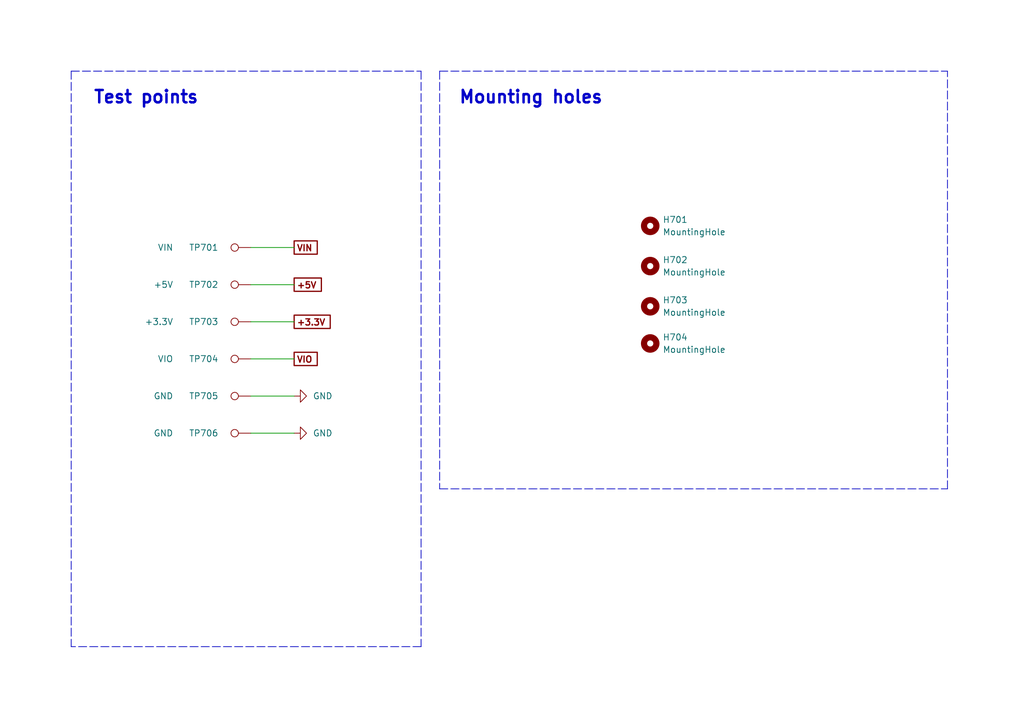
<source format=kicad_sch>
(kicad_sch (version 20211123) (generator eeschema)
  (paper "A5")
  (title_block (title "Mechanical Elements and Test Points") (company "EPFL Xplore") (comment 2 "Author: Vincent Nguyen"))
  (lib_symbols
    (symbol "Connector:TestPoint" (pin_numbers hide) (pin_names (offset 0.762) hide)
      (property "Reference" "TP" (at 0 6.858 0))
      (property "Value" "TestPoint" (at 0 5.08 0))
      (symbol "TestPoint_0_1"
        (circle (center 0 3.302) (radius 0.762))
      )
      (symbol "TestPoint_1_1"
        (pin passive line (at 0 0 90) (length 2.54) (name "1") (number "1"))
      )
    )
    (symbol "Mechanical:MountingHole" (pin_names (offset 1.016))
      (property "Reference" "H" (at 0 5.08 0))
      (property "Value" "MountingHole" (at 0 3.175 0))
      (symbol "MountingHole_0_1"
        (circle (center 0 0) (radius 1.27) (stroke (width 1.27)))
      )
    )
    (symbol "power:GND" (power) (pin_names (offset 0))
      (property "Value" "GND" (at 0 -3.81 0))
      (symbol "GND_0_1"
        (polyline (pts (xy 0 0) (xy 0 -1.27) (xy 1.27 -1.27) (xy 0 -2.54) (xy -1.27 -1.27) (xy 0 -1.27)))
      )
      (symbol "GND_1_1"
        (pin power_in line (at 0 0 270) (length 0) hide (name "GND") (number "1"))
      )
    )
  )
  (wire (pts (xy 51.435 88.9) (xy 60.325 88.9)))
  (polyline (pts (xy 14.605 14.605) (xy 14.605 132.715)))
  (polyline (pts (xy 90.17 14.605) (xy 194.31 14.605)))
  (polyline (pts (xy 194.31 100.33) (xy 194.31 14.605)))
  (polyline (pts (xy 14.605 14.605) (xy 86.36 14.605)))
  (wire (pts (xy 51.435 66.04) (xy 60.325 66.04)))
  (wire (pts (xy 51.435 50.8) (xy 60.325 50.8)))
  (polyline (pts (xy 86.36 14.605) (xy 86.36 132.715)))
  (wire (pts (xy 51.435 58.42) (xy 60.325 58.42)))
  (polyline (pts (xy 86.36 132.715) (xy 14.605 132.715)))
  (wire (pts (xy 51.435 73.66) (xy 60.325 73.66)))
  (polyline (pts (xy 90.17 14.605) (xy 90.17 100.33)))
  (polyline (pts (xy 90.17 100.33) (xy 194.31 100.33)))
  (wire (pts (xy 51.435 81.28) (xy 60.325 81.28)))
  (text "Mounting holes" (at 93.98 21.59 0) (effects (font (size 2.54 2.54) bold) (justify left bottom)))
  (text "Test points" (at 19.05 21.59 0) (effects (font (size 2.54 2.54) bold) (justify left bottom)))
  (global_label "+5V" (shape passive) (at 60.325 58.42 0) (effects (font bold)) (property "Intersheet References" "${INTERSHEET_REFS}" (effects hide)))
  (global_label "+3.3V" (shape passive) (at 60.325 66.04 0) (effects (font bold)) (property "Intersheet References" "${INTERSHEET_REFS}" (effects hide)))
  (global_label "VIN" (shape passive) (at 60.325 50.8 0) (effects (font bold)) (property "Intersheet References" "${INTERSHEET_REFS}" (effects hide)))
  (global_label "VIO" (shape passive) (at 60.325 73.66 0) (effects (font bold)) (property "Intersheet References" "${INTERSHEET_REFS}" (effects hide)))
  (symbol (lib_id "Mechanical:MountingHole") (at 133.35 54.61 0) (unit 1) (in_bom no)
    (property "Reference" "H702" (at 135.89 53.3399 0) (effects (justify left)))
    (property "Value" "MountingHole" (at 135.89 55.8799 0) (effects (justify left)))
  )
  (symbol (lib_id "Connector:TestPoint") (at 51.435 50.8 90) (unit 1) (in_bom no)
    (property "Reference" "TP701" (at 38.735 50.8 90) (effects (justify right)))
    (property "Value" "VIN" (at 35.56 50.8 90) (effects (justify left)))
    (property "Footprint" "0_various:TestPoint" (effects hide))
  )
  (symbol (lib_id "Mechanical:MountingHole") (at 133.35 70.485 0) (unit 1) (in_bom no)
    (property "Reference" "H704" (at 135.89 69.2149 0) (effects (justify left)))
    (property "Value" "MountingHole" (at 135.89 71.7549 0) (effects (justify left)))
  )
  (symbol (lib_id "Connector:TestPoint") (at 51.435 81.28 90) (unit 1) (in_bom no)
    (property "Reference" "TP705" (at 38.735 81.28 90) (effects (justify right)))
    (property "Value" "GND" (at 35.56 81.28 90) (effects (justify left)))
    (property "Footprint" "0_various:TestPoint" (effects hide))
  )
  (symbol (lib_id "power:GND") (at 60.325 81.28 90) (unit 1)
    (property "Reference" "#PWR0701" (effects hide))
    (property "Value" "GND" (at 64.135 81.2799 90) (effects (justify right)))
  )
  (symbol (lib_id "Mechanical:MountingHole") (at 133.35 46.355 0) (unit 1) (in_bom no)
    (property "Reference" "H701" (at 135.89 45.0849 0) (effects (justify left)))
    (property "Value" "MountingHole" (at 135.89 47.6249 0) (effects (justify left)))
  )
  (symbol (lib_id "Connector:TestPoint") (at 51.435 58.42 90) (unit 1) (in_bom no)
    (property "Reference" "TP702" (at 38.735 58.42 90) (effects (justify right)))
    (property "Value" "+5V" (at 35.56 58.42 90) (effects (justify left)))
    (property "Footprint" "0_various:TestPoint" (effects hide))
  )
  (symbol (lib_id "Connector:TestPoint") (at 51.435 88.9 90) (unit 1) (in_bom no)
    (property "Reference" "TP706" (at 38.735 88.9 90) (effects (justify right)))
    (property "Value" "GND" (at 35.56 88.9 90) (effects (justify left)))
    (property "Footprint" "0_various:TestPoint" (effects hide))
  )
  (symbol (lib_id "Mechanical:MountingHole") (at 133.35 62.865 0) (unit 1) (in_bom no)
    (property "Reference" "H703" (at 135.89 61.5949 0) (effects (justify left)))
    (property "Value" "MountingHole" (at 135.89 64.1349 0) (effects (justify left)))
  )
  (symbol (lib_id "Connector:TestPoint") (at 51.435 73.66 90) (unit 1) (in_bom no)
    (property "Reference" "TP704" (at 38.735 73.66 90) (effects (justify right)))
    (property "Value" "VIO" (at 35.56 73.66 90) (effects (justify left)))
    (property "Footprint" "0_various:TestPoint" (effects hide))
  )
  (symbol (lib_id "Connector:TestPoint") (at 51.435 66.04 90) (unit 1) (in_bom no)
    (property "Reference" "TP703" (at 38.735 66.04 90) (effects (justify right)))
    (property "Value" "+3.3V" (at 35.56 66.04 90) (effects (justify left)))
    (property "Footprint" "0_various:TestPoint" (effects hide))
  )
  (symbol (lib_id "power:GND") (at 60.325 88.9 90) (unit 1)
    (property "Reference" "#PWR0702" (effects hide))
    (property "Value" "GND" (at 64.135 88.8999 90) (effects (justify right)))
  )
)
</source>
